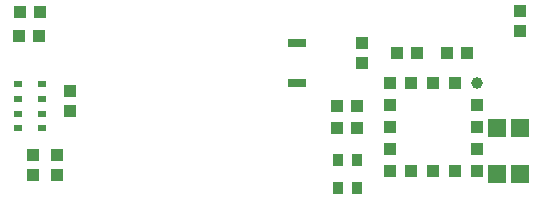
<source format=gbr>
G04 DipTrace 3.1.0.1*
G04 TopPaste.gbr*
%MOIN*%
G04 #@! TF.FileFunction,Paste,Top*
G04 #@! TF.Part,Single*
%ADD15R,0.043307X0.03937*%
%ADD16R,0.03937X0.043307*%
%ADD17C,0.03937*%
%ADD18R,0.03937X0.03937*%
%ADD21R,0.037402X0.03937*%
%ADD22R,0.06063X0.06063*%
%ADD24R,0.031496X0.019685*%
%ADD27R,0.062992X0.031496*%
%FSLAX26Y26*%
G04*
G70*
G90*
G75*
G01*
G04 TopPaste*
%LPD*%
D15*
X1971654Y1093701D3*
X1904725D3*
X1737795D3*
X1804725D3*
D16*
X523475Y756201D3*
Y689272D3*
X604725Y756201D3*
Y689272D3*
X648474Y968701D3*
Y901772D3*
D17*
X2004725Y993701D3*
D18*
Y920866D3*
Y848032D3*
Y775197D3*
Y702362D3*
X1931890D3*
X1859055D3*
X1786221D3*
X1713386D3*
Y775197D3*
Y848032D3*
Y920866D3*
Y993701D3*
X1786221D3*
X1859055D3*
X1931890D3*
D21*
X1604725Y737452D3*
X1541732D3*
X1604725Y643701D3*
X1541732D3*
D16*
X1621260Y1060236D3*
Y1127166D3*
D15*
X546654Y1149950D3*
X479725D3*
X1604725Y918701D3*
X1537795D3*
X1604725Y843701D3*
X1537795D3*
D16*
X2148474Y1168701D3*
Y1235630D3*
D15*
X548474Y1231201D3*
X481545D3*
D22*
X2148475Y843701D3*
Y690158D3*
X2072097Y843701D3*
Y690158D3*
D24*
X554725Y843701D3*
Y892914D3*
Y942126D3*
Y991339D3*
X475984D3*
Y942126D3*
Y892914D3*
Y843701D3*
D27*
X1404725Y993701D3*
Y1127559D3*
M02*

</source>
